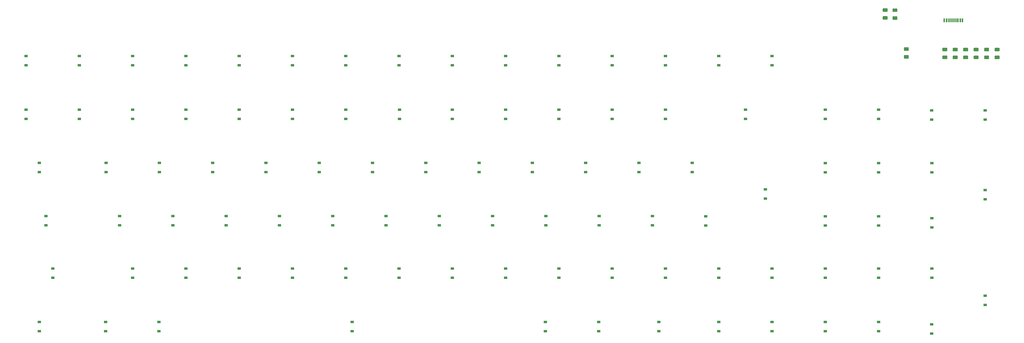
<source format=gbr>
G04 #@! TF.GenerationSoftware,KiCad,Pcbnew,(5.1.4)-1*
G04 #@! TF.CreationDate,2023-02-28T10:46:50+01:00*
G04 #@! TF.ProjectId,pcb,7063622e-6b69-4636-9164-5f7063625858,1.0*
G04 #@! TF.SameCoordinates,Original*
G04 #@! TF.FileFunction,Paste,Bot*
G04 #@! TF.FilePolarity,Positive*
%FSLAX46Y46*%
G04 Gerber Fmt 4.6, Leading zero omitted, Abs format (unit mm)*
G04 Created by KiCad (PCBNEW (5.1.4)-1) date 2023-02-28 10:46:50*
%MOMM*%
%LPD*%
G04 APERTURE LIST*
%ADD10C,0.100000*%
%ADD11C,1.250000*%
%ADD12R,1.200000X0.900000*%
%ADD13R,0.300000X1.450000*%
%ADD14R,0.600000X1.450000*%
G04 APERTURE END LIST*
D10*
G36*
X359869504Y-138317204D02*
G01*
X359893773Y-138320804D01*
X359917571Y-138326765D01*
X359940671Y-138335030D01*
X359962849Y-138345520D01*
X359983893Y-138358133D01*
X360003598Y-138372747D01*
X360021777Y-138389223D01*
X360038253Y-138407402D01*
X360052867Y-138427107D01*
X360065480Y-138448151D01*
X360075970Y-138470329D01*
X360084235Y-138493429D01*
X360090196Y-138517227D01*
X360093796Y-138541496D01*
X360095000Y-138566000D01*
X360095000Y-139316000D01*
X360093796Y-139340504D01*
X360090196Y-139364773D01*
X360084235Y-139388571D01*
X360075970Y-139411671D01*
X360065480Y-139433849D01*
X360052867Y-139454893D01*
X360038253Y-139474598D01*
X360021777Y-139492777D01*
X360003598Y-139509253D01*
X359983893Y-139523867D01*
X359962849Y-139536480D01*
X359940671Y-139546970D01*
X359917571Y-139555235D01*
X359893773Y-139561196D01*
X359869504Y-139564796D01*
X359845000Y-139566000D01*
X358595000Y-139566000D01*
X358570496Y-139564796D01*
X358546227Y-139561196D01*
X358522429Y-139555235D01*
X358499329Y-139546970D01*
X358477151Y-139536480D01*
X358456107Y-139523867D01*
X358436402Y-139509253D01*
X358418223Y-139492777D01*
X358401747Y-139474598D01*
X358387133Y-139454893D01*
X358374520Y-139433849D01*
X358364030Y-139411671D01*
X358355765Y-139388571D01*
X358349804Y-139364773D01*
X358346204Y-139340504D01*
X358345000Y-139316000D01*
X358345000Y-138566000D01*
X358346204Y-138541496D01*
X358349804Y-138517227D01*
X358355765Y-138493429D01*
X358364030Y-138470329D01*
X358374520Y-138448151D01*
X358387133Y-138427107D01*
X358401747Y-138407402D01*
X358418223Y-138389223D01*
X358436402Y-138372747D01*
X358456107Y-138358133D01*
X358477151Y-138345520D01*
X358499329Y-138335030D01*
X358522429Y-138326765D01*
X358546227Y-138320804D01*
X358570496Y-138317204D01*
X358595000Y-138316000D01*
X359845000Y-138316000D01*
X359869504Y-138317204D01*
X359869504Y-138317204D01*
G37*
D11*
X359220000Y-138941000D03*
D10*
G36*
X359869504Y-135517204D02*
G01*
X359893773Y-135520804D01*
X359917571Y-135526765D01*
X359940671Y-135535030D01*
X359962849Y-135545520D01*
X359983893Y-135558133D01*
X360003598Y-135572747D01*
X360021777Y-135589223D01*
X360038253Y-135607402D01*
X360052867Y-135627107D01*
X360065480Y-135648151D01*
X360075970Y-135670329D01*
X360084235Y-135693429D01*
X360090196Y-135717227D01*
X360093796Y-135741496D01*
X360095000Y-135766000D01*
X360095000Y-136516000D01*
X360093796Y-136540504D01*
X360090196Y-136564773D01*
X360084235Y-136588571D01*
X360075970Y-136611671D01*
X360065480Y-136633849D01*
X360052867Y-136654893D01*
X360038253Y-136674598D01*
X360021777Y-136692777D01*
X360003598Y-136709253D01*
X359983893Y-136723867D01*
X359962849Y-136736480D01*
X359940671Y-136746970D01*
X359917571Y-136755235D01*
X359893773Y-136761196D01*
X359869504Y-136764796D01*
X359845000Y-136766000D01*
X358595000Y-136766000D01*
X358570496Y-136764796D01*
X358546227Y-136761196D01*
X358522429Y-136755235D01*
X358499329Y-136746970D01*
X358477151Y-136736480D01*
X358456107Y-136723867D01*
X358436402Y-136709253D01*
X358418223Y-136692777D01*
X358401747Y-136674598D01*
X358387133Y-136654893D01*
X358374520Y-136633849D01*
X358364030Y-136611671D01*
X358355765Y-136588571D01*
X358349804Y-136564773D01*
X358346204Y-136540504D01*
X358345000Y-136516000D01*
X358345000Y-135766000D01*
X358346204Y-135741496D01*
X358349804Y-135717227D01*
X358355765Y-135693429D01*
X358364030Y-135670329D01*
X358374520Y-135648151D01*
X358387133Y-135627107D01*
X358401747Y-135607402D01*
X358418223Y-135589223D01*
X358436402Y-135572747D01*
X358456107Y-135558133D01*
X358477151Y-135545520D01*
X358499329Y-135535030D01*
X358522429Y-135526765D01*
X358546227Y-135520804D01*
X358570496Y-135517204D01*
X358595000Y-135516000D01*
X359845000Y-135516000D01*
X359869504Y-135517204D01*
X359869504Y-135517204D01*
G37*
D11*
X359220000Y-136141000D03*
D12*
X349314000Y-180339000D03*
X349314000Y-177039000D03*
X96964500Y-199262000D03*
X96964500Y-195962000D03*
X54038500Y-218058000D03*
X54038500Y-214758000D03*
X154114000Y-199262000D03*
X154114000Y-195962000D03*
X349314000Y-199389000D03*
X349314000Y-196089000D03*
X173164000Y-199262000D03*
X173164000Y-195962000D03*
X368364000Y-200024000D03*
X368364000Y-196724000D03*
X192214000Y-199262000D03*
X192214000Y-195962000D03*
X368364000Y-180339000D03*
X368364000Y-177039000D03*
X387414000Y-189991000D03*
X387414000Y-186691000D03*
X287464000Y-199389000D03*
X287464000Y-196089000D03*
X230314000Y-199262000D03*
X230314000Y-195962000D03*
X249364000Y-199262000D03*
X249364000Y-195962000D03*
X51625500Y-199262000D03*
X51625500Y-195962000D03*
X135064000Y-199262000D03*
X135064000Y-195962000D03*
X77914500Y-199262000D03*
X77914500Y-195962000D03*
X211264000Y-199262000D03*
X211264000Y-195962000D03*
X330264000Y-237235000D03*
X330264000Y-233935000D03*
X196914000Y-161162000D03*
X196914000Y-157862000D03*
X254064000Y-161162000D03*
X254064000Y-157862000D03*
X230188000Y-237235000D03*
X230188000Y-233935000D03*
X139764000Y-218058000D03*
X139764000Y-214758000D03*
X177990000Y-161162000D03*
X177990000Y-157862000D03*
X270700000Y-237235000D03*
X270700000Y-233935000D03*
X249238000Y-237235000D03*
X249238000Y-233935000D03*
X273114000Y-218058000D03*
X273114000Y-214758000D03*
X235014000Y-161162000D03*
X235014000Y-157862000D03*
X301688000Y-161162000D03*
X301688000Y-157862000D03*
X63563500Y-161163000D03*
X63563500Y-157863000D03*
X158814000Y-161162000D03*
X158814000Y-157862000D03*
X349314000Y-161162000D03*
X349314000Y-157862000D03*
X120714000Y-161162000D03*
X120714000Y-157862000D03*
X82613500Y-161162000D03*
X82613500Y-157862000D03*
X292164000Y-237235000D03*
X292164000Y-233935000D03*
X139764000Y-161162000D03*
X139764000Y-157862000D03*
X101664000Y-161162000D03*
X101664000Y-157862000D03*
X330264000Y-161162000D03*
X330264000Y-157862000D03*
X311214000Y-237235000D03*
X311214000Y-233935000D03*
X161100000Y-237235000D03*
X161100000Y-233935000D03*
X215964000Y-161162000D03*
X215964000Y-157862000D03*
X273114000Y-161162000D03*
X273114000Y-157862000D03*
X368236000Y-161416000D03*
X368236000Y-158116000D03*
X330264000Y-180339000D03*
X330264000Y-177039000D03*
X387414000Y-161416000D03*
X387414000Y-158116000D03*
X92138500Y-180212000D03*
X92138500Y-176912000D03*
X149288000Y-180212000D03*
X149288000Y-176912000D03*
X263588000Y-180212000D03*
X263588000Y-176912000D03*
X206438000Y-180212000D03*
X206438000Y-176912000D03*
X244538000Y-180212000D03*
X244538000Y-176912000D03*
X225488000Y-180212000D03*
X225488000Y-176912000D03*
X308800000Y-189737000D03*
X308800000Y-186437000D03*
X130238000Y-180212000D03*
X130238000Y-176912000D03*
X368300000Y-234760000D03*
X368300000Y-238060000D03*
X73088500Y-180212000D03*
X73088500Y-176912000D03*
X116014000Y-199262000D03*
X116014000Y-195962000D03*
X187388000Y-180212000D03*
X187388000Y-176912000D03*
X268414000Y-199262000D03*
X268414000Y-195962000D03*
X330264000Y-199389000D03*
X330264000Y-196089000D03*
X168338000Y-180212000D03*
X168338000Y-176912000D03*
X49212500Y-180212000D03*
X49212500Y-176912000D03*
X111188000Y-180212000D03*
X111188000Y-176912000D03*
X282638000Y-180212000D03*
X282638000Y-176912000D03*
X311214000Y-218058000D03*
X311214000Y-214758000D03*
X120714000Y-218058000D03*
X120714000Y-214758000D03*
X254064000Y-218058000D03*
X254064000Y-214758000D03*
X82613500Y-218058000D03*
X82613500Y-214758000D03*
X177864000Y-218058000D03*
X177864000Y-214758000D03*
X330264000Y-218058000D03*
X330264000Y-214758000D03*
X158814000Y-218058000D03*
X158814000Y-214758000D03*
X101664000Y-218058000D03*
X101664000Y-214758000D03*
X349314000Y-237236000D03*
X349314000Y-233936000D03*
X349314000Y-218058000D03*
X349314000Y-214758000D03*
X49212500Y-237235000D03*
X49212500Y-233935000D03*
X92011500Y-237235000D03*
X92011500Y-233935000D03*
X72961500Y-237235000D03*
X72961500Y-233935000D03*
X235014000Y-218058000D03*
X235014000Y-214758000D03*
X196914000Y-218058000D03*
X196914000Y-214758000D03*
X387414000Y-227837000D03*
X387414000Y-224537000D03*
X368364000Y-218058000D03*
X368364000Y-214758000D03*
X215964000Y-218058000D03*
X215964000Y-214758000D03*
X292164000Y-218059000D03*
X292164000Y-214759000D03*
X44513500Y-161163000D03*
X44513500Y-157863000D03*
X139764000Y-141985000D03*
X139764000Y-138685000D03*
X82613500Y-141985000D03*
X82613500Y-138685000D03*
X120714000Y-141985000D03*
X120714000Y-138685000D03*
X158814000Y-141985000D03*
X158814000Y-138685000D03*
X63563500Y-141986000D03*
X63563500Y-138686000D03*
X292164000Y-141985000D03*
X292164000Y-138685000D03*
X215964000Y-141985000D03*
X215964000Y-138685000D03*
X235014000Y-141985000D03*
X235014000Y-138685000D03*
X196914000Y-141985000D03*
X196914000Y-138685000D03*
X101664000Y-141985000D03*
X101664000Y-138685000D03*
X254064000Y-141985000D03*
X254064000Y-138685000D03*
X177864000Y-141985000D03*
X177864000Y-138685000D03*
X311214000Y-141985000D03*
X311214000Y-138685000D03*
X273114000Y-141985000D03*
X273114000Y-138685000D03*
X44513500Y-138685000D03*
X44513500Y-141985000D03*
D13*
X375797000Y-125857000D03*
X377797000Y-125857000D03*
X377297000Y-125857000D03*
X376797000Y-125857000D03*
X376297000Y-125857000D03*
X375297000Y-125857000D03*
X374797000Y-125857000D03*
X374297000Y-125857000D03*
D14*
X379297000Y-125857000D03*
X378497000Y-125857000D03*
X373597000Y-125857000D03*
X372797000Y-125857000D03*
X372797000Y-125857000D03*
X373597000Y-125857000D03*
X378497000Y-125857000D03*
X379297000Y-125857000D03*
D10*
G36*
X377331504Y-135708204D02*
G01*
X377355773Y-135711804D01*
X377379571Y-135717765D01*
X377402671Y-135726030D01*
X377424849Y-135736520D01*
X377445893Y-135749133D01*
X377465598Y-135763747D01*
X377483777Y-135780223D01*
X377500253Y-135798402D01*
X377514867Y-135818107D01*
X377527480Y-135839151D01*
X377537970Y-135861329D01*
X377546235Y-135884429D01*
X377552196Y-135908227D01*
X377555796Y-135932496D01*
X377557000Y-135957000D01*
X377557000Y-136707000D01*
X377555796Y-136731504D01*
X377552196Y-136755773D01*
X377546235Y-136779571D01*
X377537970Y-136802671D01*
X377527480Y-136824849D01*
X377514867Y-136845893D01*
X377500253Y-136865598D01*
X377483777Y-136883777D01*
X377465598Y-136900253D01*
X377445893Y-136914867D01*
X377424849Y-136927480D01*
X377402671Y-136937970D01*
X377379571Y-136946235D01*
X377355773Y-136952196D01*
X377331504Y-136955796D01*
X377307000Y-136957000D01*
X376057000Y-136957000D01*
X376032496Y-136955796D01*
X376008227Y-136952196D01*
X375984429Y-136946235D01*
X375961329Y-136937970D01*
X375939151Y-136927480D01*
X375918107Y-136914867D01*
X375898402Y-136900253D01*
X375880223Y-136883777D01*
X375863747Y-136865598D01*
X375849133Y-136845893D01*
X375836520Y-136824849D01*
X375826030Y-136802671D01*
X375817765Y-136779571D01*
X375811804Y-136755773D01*
X375808204Y-136731504D01*
X375807000Y-136707000D01*
X375807000Y-135957000D01*
X375808204Y-135932496D01*
X375811804Y-135908227D01*
X375817765Y-135884429D01*
X375826030Y-135861329D01*
X375836520Y-135839151D01*
X375849133Y-135818107D01*
X375863747Y-135798402D01*
X375880223Y-135780223D01*
X375898402Y-135763747D01*
X375918107Y-135749133D01*
X375939151Y-135736520D01*
X375961329Y-135726030D01*
X375984429Y-135717765D01*
X376008227Y-135711804D01*
X376032496Y-135708204D01*
X376057000Y-135707000D01*
X377307000Y-135707000D01*
X377331504Y-135708204D01*
X377331504Y-135708204D01*
G37*
D11*
X376682000Y-136332000D03*
D10*
G36*
X377331504Y-138508204D02*
G01*
X377355773Y-138511804D01*
X377379571Y-138517765D01*
X377402671Y-138526030D01*
X377424849Y-138536520D01*
X377445893Y-138549133D01*
X377465598Y-138563747D01*
X377483777Y-138580223D01*
X377500253Y-138598402D01*
X377514867Y-138618107D01*
X377527480Y-138639151D01*
X377537970Y-138661329D01*
X377546235Y-138684429D01*
X377552196Y-138708227D01*
X377555796Y-138732496D01*
X377557000Y-138757000D01*
X377557000Y-139507000D01*
X377555796Y-139531504D01*
X377552196Y-139555773D01*
X377546235Y-139579571D01*
X377537970Y-139602671D01*
X377527480Y-139624849D01*
X377514867Y-139645893D01*
X377500253Y-139665598D01*
X377483777Y-139683777D01*
X377465598Y-139700253D01*
X377445893Y-139714867D01*
X377424849Y-139727480D01*
X377402671Y-139737970D01*
X377379571Y-139746235D01*
X377355773Y-139752196D01*
X377331504Y-139755796D01*
X377307000Y-139757000D01*
X376057000Y-139757000D01*
X376032496Y-139755796D01*
X376008227Y-139752196D01*
X375984429Y-139746235D01*
X375961329Y-139737970D01*
X375939151Y-139727480D01*
X375918107Y-139714867D01*
X375898402Y-139700253D01*
X375880223Y-139683777D01*
X375863747Y-139665598D01*
X375849133Y-139645893D01*
X375836520Y-139624849D01*
X375826030Y-139602671D01*
X375817765Y-139579571D01*
X375811804Y-139555773D01*
X375808204Y-139531504D01*
X375807000Y-139507000D01*
X375807000Y-138757000D01*
X375808204Y-138732496D01*
X375811804Y-138708227D01*
X375817765Y-138684429D01*
X375826030Y-138661329D01*
X375836520Y-138639151D01*
X375849133Y-138618107D01*
X375863747Y-138598402D01*
X375880223Y-138580223D01*
X375898402Y-138563747D01*
X375918107Y-138549133D01*
X375939151Y-138536520D01*
X375961329Y-138526030D01*
X375984429Y-138517765D01*
X376008227Y-138511804D01*
X376032496Y-138508204D01*
X376057000Y-138507000D01*
X377307000Y-138507000D01*
X377331504Y-138508204D01*
X377331504Y-138508204D01*
G37*
D11*
X376682000Y-139132000D03*
D10*
G36*
X384824504Y-135708204D02*
G01*
X384848773Y-135711804D01*
X384872571Y-135717765D01*
X384895671Y-135726030D01*
X384917849Y-135736520D01*
X384938893Y-135749133D01*
X384958598Y-135763747D01*
X384976777Y-135780223D01*
X384993253Y-135798402D01*
X385007867Y-135818107D01*
X385020480Y-135839151D01*
X385030970Y-135861329D01*
X385039235Y-135884429D01*
X385045196Y-135908227D01*
X385048796Y-135932496D01*
X385050000Y-135957000D01*
X385050000Y-136707000D01*
X385048796Y-136731504D01*
X385045196Y-136755773D01*
X385039235Y-136779571D01*
X385030970Y-136802671D01*
X385020480Y-136824849D01*
X385007867Y-136845893D01*
X384993253Y-136865598D01*
X384976777Y-136883777D01*
X384958598Y-136900253D01*
X384938893Y-136914867D01*
X384917849Y-136927480D01*
X384895671Y-136937970D01*
X384872571Y-136946235D01*
X384848773Y-136952196D01*
X384824504Y-136955796D01*
X384800000Y-136957000D01*
X383550000Y-136957000D01*
X383525496Y-136955796D01*
X383501227Y-136952196D01*
X383477429Y-136946235D01*
X383454329Y-136937970D01*
X383432151Y-136927480D01*
X383411107Y-136914867D01*
X383391402Y-136900253D01*
X383373223Y-136883777D01*
X383356747Y-136865598D01*
X383342133Y-136845893D01*
X383329520Y-136824849D01*
X383319030Y-136802671D01*
X383310765Y-136779571D01*
X383304804Y-136755773D01*
X383301204Y-136731504D01*
X383300000Y-136707000D01*
X383300000Y-135957000D01*
X383301204Y-135932496D01*
X383304804Y-135908227D01*
X383310765Y-135884429D01*
X383319030Y-135861329D01*
X383329520Y-135839151D01*
X383342133Y-135818107D01*
X383356747Y-135798402D01*
X383373223Y-135780223D01*
X383391402Y-135763747D01*
X383411107Y-135749133D01*
X383432151Y-135736520D01*
X383454329Y-135726030D01*
X383477429Y-135717765D01*
X383501227Y-135711804D01*
X383525496Y-135708204D01*
X383550000Y-135707000D01*
X384800000Y-135707000D01*
X384824504Y-135708204D01*
X384824504Y-135708204D01*
G37*
D11*
X384175000Y-136332000D03*
D10*
G36*
X384824504Y-138508204D02*
G01*
X384848773Y-138511804D01*
X384872571Y-138517765D01*
X384895671Y-138526030D01*
X384917849Y-138536520D01*
X384938893Y-138549133D01*
X384958598Y-138563747D01*
X384976777Y-138580223D01*
X384993253Y-138598402D01*
X385007867Y-138618107D01*
X385020480Y-138639151D01*
X385030970Y-138661329D01*
X385039235Y-138684429D01*
X385045196Y-138708227D01*
X385048796Y-138732496D01*
X385050000Y-138757000D01*
X385050000Y-139507000D01*
X385048796Y-139531504D01*
X385045196Y-139555773D01*
X385039235Y-139579571D01*
X385030970Y-139602671D01*
X385020480Y-139624849D01*
X385007867Y-139645893D01*
X384993253Y-139665598D01*
X384976777Y-139683777D01*
X384958598Y-139700253D01*
X384938893Y-139714867D01*
X384917849Y-139727480D01*
X384895671Y-139737970D01*
X384872571Y-139746235D01*
X384848773Y-139752196D01*
X384824504Y-139755796D01*
X384800000Y-139757000D01*
X383550000Y-139757000D01*
X383525496Y-139755796D01*
X383501227Y-139752196D01*
X383477429Y-139746235D01*
X383454329Y-139737970D01*
X383432151Y-139727480D01*
X383411107Y-139714867D01*
X383391402Y-139700253D01*
X383373223Y-139683777D01*
X383356747Y-139665598D01*
X383342133Y-139645893D01*
X383329520Y-139624849D01*
X383319030Y-139602671D01*
X383310765Y-139579571D01*
X383304804Y-139555773D01*
X383301204Y-139531504D01*
X383300000Y-139507000D01*
X383300000Y-138757000D01*
X383301204Y-138732496D01*
X383304804Y-138708227D01*
X383310765Y-138684429D01*
X383319030Y-138661329D01*
X383329520Y-138639151D01*
X383342133Y-138618107D01*
X383356747Y-138598402D01*
X383373223Y-138580223D01*
X383391402Y-138563747D01*
X383411107Y-138549133D01*
X383432151Y-138536520D01*
X383454329Y-138526030D01*
X383477429Y-138517765D01*
X383501227Y-138511804D01*
X383525496Y-138508204D01*
X383550000Y-138507000D01*
X384800000Y-138507000D01*
X384824504Y-138508204D01*
X384824504Y-138508204D01*
G37*
D11*
X384175000Y-139132000D03*
D10*
G36*
X381077504Y-135708204D02*
G01*
X381101773Y-135711804D01*
X381125571Y-135717765D01*
X381148671Y-135726030D01*
X381170849Y-135736520D01*
X381191893Y-135749133D01*
X381211598Y-135763747D01*
X381229777Y-135780223D01*
X381246253Y-135798402D01*
X381260867Y-135818107D01*
X381273480Y-135839151D01*
X381283970Y-135861329D01*
X381292235Y-135884429D01*
X381298196Y-135908227D01*
X381301796Y-135932496D01*
X381303000Y-135957000D01*
X381303000Y-136707000D01*
X381301796Y-136731504D01*
X381298196Y-136755773D01*
X381292235Y-136779571D01*
X381283970Y-136802671D01*
X381273480Y-136824849D01*
X381260867Y-136845893D01*
X381246253Y-136865598D01*
X381229777Y-136883777D01*
X381211598Y-136900253D01*
X381191893Y-136914867D01*
X381170849Y-136927480D01*
X381148671Y-136937970D01*
X381125571Y-136946235D01*
X381101773Y-136952196D01*
X381077504Y-136955796D01*
X381053000Y-136957000D01*
X379803000Y-136957000D01*
X379778496Y-136955796D01*
X379754227Y-136952196D01*
X379730429Y-136946235D01*
X379707329Y-136937970D01*
X379685151Y-136927480D01*
X379664107Y-136914867D01*
X379644402Y-136900253D01*
X379626223Y-136883777D01*
X379609747Y-136865598D01*
X379595133Y-136845893D01*
X379582520Y-136824849D01*
X379572030Y-136802671D01*
X379563765Y-136779571D01*
X379557804Y-136755773D01*
X379554204Y-136731504D01*
X379553000Y-136707000D01*
X379553000Y-135957000D01*
X379554204Y-135932496D01*
X379557804Y-135908227D01*
X379563765Y-135884429D01*
X379572030Y-135861329D01*
X379582520Y-135839151D01*
X379595133Y-135818107D01*
X379609747Y-135798402D01*
X379626223Y-135780223D01*
X379644402Y-135763747D01*
X379664107Y-135749133D01*
X379685151Y-135736520D01*
X379707329Y-135726030D01*
X379730429Y-135717765D01*
X379754227Y-135711804D01*
X379778496Y-135708204D01*
X379803000Y-135707000D01*
X381053000Y-135707000D01*
X381077504Y-135708204D01*
X381077504Y-135708204D01*
G37*
D11*
X380428000Y-136332000D03*
D10*
G36*
X381077504Y-138508204D02*
G01*
X381101773Y-138511804D01*
X381125571Y-138517765D01*
X381148671Y-138526030D01*
X381170849Y-138536520D01*
X381191893Y-138549133D01*
X381211598Y-138563747D01*
X381229777Y-138580223D01*
X381246253Y-138598402D01*
X381260867Y-138618107D01*
X381273480Y-138639151D01*
X381283970Y-138661329D01*
X381292235Y-138684429D01*
X381298196Y-138708227D01*
X381301796Y-138732496D01*
X381303000Y-138757000D01*
X381303000Y-139507000D01*
X381301796Y-139531504D01*
X381298196Y-139555773D01*
X381292235Y-139579571D01*
X381283970Y-139602671D01*
X381273480Y-139624849D01*
X381260867Y-139645893D01*
X381246253Y-139665598D01*
X381229777Y-139683777D01*
X381211598Y-139700253D01*
X381191893Y-139714867D01*
X381170849Y-139727480D01*
X381148671Y-139737970D01*
X381125571Y-139746235D01*
X381101773Y-139752196D01*
X381077504Y-139755796D01*
X381053000Y-139757000D01*
X379803000Y-139757000D01*
X379778496Y-139755796D01*
X379754227Y-139752196D01*
X379730429Y-139746235D01*
X379707329Y-139737970D01*
X379685151Y-139727480D01*
X379664107Y-139714867D01*
X379644402Y-139700253D01*
X379626223Y-139683777D01*
X379609747Y-139665598D01*
X379595133Y-139645893D01*
X379582520Y-139624849D01*
X379572030Y-139602671D01*
X379563765Y-139579571D01*
X379557804Y-139555773D01*
X379554204Y-139531504D01*
X379553000Y-139507000D01*
X379553000Y-138757000D01*
X379554204Y-138732496D01*
X379557804Y-138708227D01*
X379563765Y-138684429D01*
X379572030Y-138661329D01*
X379582520Y-138639151D01*
X379595133Y-138618107D01*
X379609747Y-138598402D01*
X379626223Y-138580223D01*
X379644402Y-138563747D01*
X379664107Y-138549133D01*
X379685151Y-138536520D01*
X379707329Y-138526030D01*
X379730429Y-138517765D01*
X379754227Y-138511804D01*
X379778496Y-138508204D01*
X379803000Y-138507000D01*
X381053000Y-138507000D01*
X381077504Y-138508204D01*
X381077504Y-138508204D01*
G37*
D11*
X380428000Y-139132000D03*
D10*
G36*
X392317504Y-138508204D02*
G01*
X392341773Y-138511804D01*
X392365571Y-138517765D01*
X392388671Y-138526030D01*
X392410849Y-138536520D01*
X392431893Y-138549133D01*
X392451598Y-138563747D01*
X392469777Y-138580223D01*
X392486253Y-138598402D01*
X392500867Y-138618107D01*
X392513480Y-138639151D01*
X392523970Y-138661329D01*
X392532235Y-138684429D01*
X392538196Y-138708227D01*
X392541796Y-138732496D01*
X392543000Y-138757000D01*
X392543000Y-139507000D01*
X392541796Y-139531504D01*
X392538196Y-139555773D01*
X392532235Y-139579571D01*
X392523970Y-139602671D01*
X392513480Y-139624849D01*
X392500867Y-139645893D01*
X392486253Y-139665598D01*
X392469777Y-139683777D01*
X392451598Y-139700253D01*
X392431893Y-139714867D01*
X392410849Y-139727480D01*
X392388671Y-139737970D01*
X392365571Y-139746235D01*
X392341773Y-139752196D01*
X392317504Y-139755796D01*
X392293000Y-139757000D01*
X391043000Y-139757000D01*
X391018496Y-139755796D01*
X390994227Y-139752196D01*
X390970429Y-139746235D01*
X390947329Y-139737970D01*
X390925151Y-139727480D01*
X390904107Y-139714867D01*
X390884402Y-139700253D01*
X390866223Y-139683777D01*
X390849747Y-139665598D01*
X390835133Y-139645893D01*
X390822520Y-139624849D01*
X390812030Y-139602671D01*
X390803765Y-139579571D01*
X390797804Y-139555773D01*
X390794204Y-139531504D01*
X390793000Y-139507000D01*
X390793000Y-138757000D01*
X390794204Y-138732496D01*
X390797804Y-138708227D01*
X390803765Y-138684429D01*
X390812030Y-138661329D01*
X390822520Y-138639151D01*
X390835133Y-138618107D01*
X390849747Y-138598402D01*
X390866223Y-138580223D01*
X390884402Y-138563747D01*
X390904107Y-138549133D01*
X390925151Y-138536520D01*
X390947329Y-138526030D01*
X390970429Y-138517765D01*
X390994227Y-138511804D01*
X391018496Y-138508204D01*
X391043000Y-138507000D01*
X392293000Y-138507000D01*
X392317504Y-138508204D01*
X392317504Y-138508204D01*
G37*
D11*
X391668000Y-139132000D03*
D10*
G36*
X392317504Y-135708204D02*
G01*
X392341773Y-135711804D01*
X392365571Y-135717765D01*
X392388671Y-135726030D01*
X392410849Y-135736520D01*
X392431893Y-135749133D01*
X392451598Y-135763747D01*
X392469777Y-135780223D01*
X392486253Y-135798402D01*
X392500867Y-135818107D01*
X392513480Y-135839151D01*
X392523970Y-135861329D01*
X392532235Y-135884429D01*
X392538196Y-135908227D01*
X392541796Y-135932496D01*
X392543000Y-135957000D01*
X392543000Y-136707000D01*
X392541796Y-136731504D01*
X392538196Y-136755773D01*
X392532235Y-136779571D01*
X392523970Y-136802671D01*
X392513480Y-136824849D01*
X392500867Y-136845893D01*
X392486253Y-136865598D01*
X392469777Y-136883777D01*
X392451598Y-136900253D01*
X392431893Y-136914867D01*
X392410849Y-136927480D01*
X392388671Y-136937970D01*
X392365571Y-136946235D01*
X392341773Y-136952196D01*
X392317504Y-136955796D01*
X392293000Y-136957000D01*
X391043000Y-136957000D01*
X391018496Y-136955796D01*
X390994227Y-136952196D01*
X390970429Y-136946235D01*
X390947329Y-136937970D01*
X390925151Y-136927480D01*
X390904107Y-136914867D01*
X390884402Y-136900253D01*
X390866223Y-136883777D01*
X390849747Y-136865598D01*
X390835133Y-136845893D01*
X390822520Y-136824849D01*
X390812030Y-136802671D01*
X390803765Y-136779571D01*
X390797804Y-136755773D01*
X390794204Y-136731504D01*
X390793000Y-136707000D01*
X390793000Y-135957000D01*
X390794204Y-135932496D01*
X390797804Y-135908227D01*
X390803765Y-135884429D01*
X390812030Y-135861329D01*
X390822520Y-135839151D01*
X390835133Y-135818107D01*
X390849747Y-135798402D01*
X390866223Y-135780223D01*
X390884402Y-135763747D01*
X390904107Y-135749133D01*
X390925151Y-135736520D01*
X390947329Y-135726030D01*
X390970429Y-135717765D01*
X390994227Y-135711804D01*
X391018496Y-135708204D01*
X391043000Y-135707000D01*
X392293000Y-135707000D01*
X392317504Y-135708204D01*
X392317504Y-135708204D01*
G37*
D11*
X391668000Y-136332000D03*
D10*
G36*
X388571504Y-138508204D02*
G01*
X388595773Y-138511804D01*
X388619571Y-138517765D01*
X388642671Y-138526030D01*
X388664849Y-138536520D01*
X388685893Y-138549133D01*
X388705598Y-138563747D01*
X388723777Y-138580223D01*
X388740253Y-138598402D01*
X388754867Y-138618107D01*
X388767480Y-138639151D01*
X388777970Y-138661329D01*
X388786235Y-138684429D01*
X388792196Y-138708227D01*
X388795796Y-138732496D01*
X388797000Y-138757000D01*
X388797000Y-139507000D01*
X388795796Y-139531504D01*
X388792196Y-139555773D01*
X388786235Y-139579571D01*
X388777970Y-139602671D01*
X388767480Y-139624849D01*
X388754867Y-139645893D01*
X388740253Y-139665598D01*
X388723777Y-139683777D01*
X388705598Y-139700253D01*
X388685893Y-139714867D01*
X388664849Y-139727480D01*
X388642671Y-139737970D01*
X388619571Y-139746235D01*
X388595773Y-139752196D01*
X388571504Y-139755796D01*
X388547000Y-139757000D01*
X387297000Y-139757000D01*
X387272496Y-139755796D01*
X387248227Y-139752196D01*
X387224429Y-139746235D01*
X387201329Y-139737970D01*
X387179151Y-139727480D01*
X387158107Y-139714867D01*
X387138402Y-139700253D01*
X387120223Y-139683777D01*
X387103747Y-139665598D01*
X387089133Y-139645893D01*
X387076520Y-139624849D01*
X387066030Y-139602671D01*
X387057765Y-139579571D01*
X387051804Y-139555773D01*
X387048204Y-139531504D01*
X387047000Y-139507000D01*
X387047000Y-138757000D01*
X387048204Y-138732496D01*
X387051804Y-138708227D01*
X387057765Y-138684429D01*
X387066030Y-138661329D01*
X387076520Y-138639151D01*
X387089133Y-138618107D01*
X387103747Y-138598402D01*
X387120223Y-138580223D01*
X387138402Y-138563747D01*
X387158107Y-138549133D01*
X387179151Y-138536520D01*
X387201329Y-138526030D01*
X387224429Y-138517765D01*
X387248227Y-138511804D01*
X387272496Y-138508204D01*
X387297000Y-138507000D01*
X388547000Y-138507000D01*
X388571504Y-138508204D01*
X388571504Y-138508204D01*
G37*
D11*
X387922000Y-139132000D03*
D10*
G36*
X388571504Y-135708204D02*
G01*
X388595773Y-135711804D01*
X388619571Y-135717765D01*
X388642671Y-135726030D01*
X388664849Y-135736520D01*
X388685893Y-135749133D01*
X388705598Y-135763747D01*
X388723777Y-135780223D01*
X388740253Y-135798402D01*
X388754867Y-135818107D01*
X388767480Y-135839151D01*
X388777970Y-135861329D01*
X388786235Y-135884429D01*
X388792196Y-135908227D01*
X388795796Y-135932496D01*
X388797000Y-135957000D01*
X388797000Y-136707000D01*
X388795796Y-136731504D01*
X388792196Y-136755773D01*
X388786235Y-136779571D01*
X388777970Y-136802671D01*
X388767480Y-136824849D01*
X388754867Y-136845893D01*
X388740253Y-136865598D01*
X388723777Y-136883777D01*
X388705598Y-136900253D01*
X388685893Y-136914867D01*
X388664849Y-136927480D01*
X388642671Y-136937970D01*
X388619571Y-136946235D01*
X388595773Y-136952196D01*
X388571504Y-136955796D01*
X388547000Y-136957000D01*
X387297000Y-136957000D01*
X387272496Y-136955796D01*
X387248227Y-136952196D01*
X387224429Y-136946235D01*
X387201329Y-136937970D01*
X387179151Y-136927480D01*
X387158107Y-136914867D01*
X387138402Y-136900253D01*
X387120223Y-136883777D01*
X387103747Y-136865598D01*
X387089133Y-136845893D01*
X387076520Y-136824849D01*
X387066030Y-136802671D01*
X387057765Y-136779571D01*
X387051804Y-136755773D01*
X387048204Y-136731504D01*
X387047000Y-136707000D01*
X387047000Y-135957000D01*
X387048204Y-135932496D01*
X387051804Y-135908227D01*
X387057765Y-135884429D01*
X387066030Y-135861329D01*
X387076520Y-135839151D01*
X387089133Y-135818107D01*
X387103747Y-135798402D01*
X387120223Y-135780223D01*
X387138402Y-135763747D01*
X387158107Y-135749133D01*
X387179151Y-135736520D01*
X387201329Y-135726030D01*
X387224429Y-135717765D01*
X387248227Y-135711804D01*
X387272496Y-135708204D01*
X387297000Y-135707000D01*
X388547000Y-135707000D01*
X388571504Y-135708204D01*
X388571504Y-135708204D01*
G37*
D11*
X387922000Y-136332000D03*
D10*
G36*
X352312504Y-121562204D02*
G01*
X352336773Y-121565804D01*
X352360571Y-121571765D01*
X352383671Y-121580030D01*
X352405849Y-121590520D01*
X352426893Y-121603133D01*
X352446598Y-121617747D01*
X352464777Y-121634223D01*
X352481253Y-121652402D01*
X352495867Y-121672107D01*
X352508480Y-121693151D01*
X352518970Y-121715329D01*
X352527235Y-121738429D01*
X352533196Y-121762227D01*
X352536796Y-121786496D01*
X352538000Y-121811000D01*
X352538000Y-122561000D01*
X352536796Y-122585504D01*
X352533196Y-122609773D01*
X352527235Y-122633571D01*
X352518970Y-122656671D01*
X352508480Y-122678849D01*
X352495867Y-122699893D01*
X352481253Y-122719598D01*
X352464777Y-122737777D01*
X352446598Y-122754253D01*
X352426893Y-122768867D01*
X352405849Y-122781480D01*
X352383671Y-122791970D01*
X352360571Y-122800235D01*
X352336773Y-122806196D01*
X352312504Y-122809796D01*
X352288000Y-122811000D01*
X351038000Y-122811000D01*
X351013496Y-122809796D01*
X350989227Y-122806196D01*
X350965429Y-122800235D01*
X350942329Y-122791970D01*
X350920151Y-122781480D01*
X350899107Y-122768867D01*
X350879402Y-122754253D01*
X350861223Y-122737777D01*
X350844747Y-122719598D01*
X350830133Y-122699893D01*
X350817520Y-122678849D01*
X350807030Y-122656671D01*
X350798765Y-122633571D01*
X350792804Y-122609773D01*
X350789204Y-122585504D01*
X350788000Y-122561000D01*
X350788000Y-121811000D01*
X350789204Y-121786496D01*
X350792804Y-121762227D01*
X350798765Y-121738429D01*
X350807030Y-121715329D01*
X350817520Y-121693151D01*
X350830133Y-121672107D01*
X350844747Y-121652402D01*
X350861223Y-121634223D01*
X350879402Y-121617747D01*
X350899107Y-121603133D01*
X350920151Y-121590520D01*
X350942329Y-121580030D01*
X350965429Y-121571765D01*
X350989227Y-121565804D01*
X351013496Y-121562204D01*
X351038000Y-121561000D01*
X352288000Y-121561000D01*
X352312504Y-121562204D01*
X352312504Y-121562204D01*
G37*
D11*
X351663000Y-122186000D03*
D10*
G36*
X352312504Y-124362204D02*
G01*
X352336773Y-124365804D01*
X352360571Y-124371765D01*
X352383671Y-124380030D01*
X352405849Y-124390520D01*
X352426893Y-124403133D01*
X352446598Y-124417747D01*
X352464777Y-124434223D01*
X352481253Y-124452402D01*
X352495867Y-124472107D01*
X352508480Y-124493151D01*
X352518970Y-124515329D01*
X352527235Y-124538429D01*
X352533196Y-124562227D01*
X352536796Y-124586496D01*
X352538000Y-124611000D01*
X352538000Y-125361000D01*
X352536796Y-125385504D01*
X352533196Y-125409773D01*
X352527235Y-125433571D01*
X352518970Y-125456671D01*
X352508480Y-125478849D01*
X352495867Y-125499893D01*
X352481253Y-125519598D01*
X352464777Y-125537777D01*
X352446598Y-125554253D01*
X352426893Y-125568867D01*
X352405849Y-125581480D01*
X352383671Y-125591970D01*
X352360571Y-125600235D01*
X352336773Y-125606196D01*
X352312504Y-125609796D01*
X352288000Y-125611000D01*
X351038000Y-125611000D01*
X351013496Y-125609796D01*
X350989227Y-125606196D01*
X350965429Y-125600235D01*
X350942329Y-125591970D01*
X350920151Y-125581480D01*
X350899107Y-125568867D01*
X350879402Y-125554253D01*
X350861223Y-125537777D01*
X350844747Y-125519598D01*
X350830133Y-125499893D01*
X350817520Y-125478849D01*
X350807030Y-125456671D01*
X350798765Y-125433571D01*
X350792804Y-125409773D01*
X350789204Y-125385504D01*
X350788000Y-125361000D01*
X350788000Y-124611000D01*
X350789204Y-124586496D01*
X350792804Y-124562227D01*
X350798765Y-124538429D01*
X350807030Y-124515329D01*
X350817520Y-124493151D01*
X350830133Y-124472107D01*
X350844747Y-124452402D01*
X350861223Y-124434223D01*
X350879402Y-124417747D01*
X350899107Y-124403133D01*
X350920151Y-124390520D01*
X350942329Y-124380030D01*
X350965429Y-124371765D01*
X350989227Y-124365804D01*
X351013496Y-124362204D01*
X351038000Y-124361000D01*
X352288000Y-124361000D01*
X352312504Y-124362204D01*
X352312504Y-124362204D01*
G37*
D11*
X351663000Y-124986000D03*
D10*
G36*
X355804504Y-124410204D02*
G01*
X355828773Y-124413804D01*
X355852571Y-124419765D01*
X355875671Y-124428030D01*
X355897849Y-124438520D01*
X355918893Y-124451133D01*
X355938598Y-124465747D01*
X355956777Y-124482223D01*
X355973253Y-124500402D01*
X355987867Y-124520107D01*
X356000480Y-124541151D01*
X356010970Y-124563329D01*
X356019235Y-124586429D01*
X356025196Y-124610227D01*
X356028796Y-124634496D01*
X356030000Y-124659000D01*
X356030000Y-125409000D01*
X356028796Y-125433504D01*
X356025196Y-125457773D01*
X356019235Y-125481571D01*
X356010970Y-125504671D01*
X356000480Y-125526849D01*
X355987867Y-125547893D01*
X355973253Y-125567598D01*
X355956777Y-125585777D01*
X355938598Y-125602253D01*
X355918893Y-125616867D01*
X355897849Y-125629480D01*
X355875671Y-125639970D01*
X355852571Y-125648235D01*
X355828773Y-125654196D01*
X355804504Y-125657796D01*
X355780000Y-125659000D01*
X354530000Y-125659000D01*
X354505496Y-125657796D01*
X354481227Y-125654196D01*
X354457429Y-125648235D01*
X354434329Y-125639970D01*
X354412151Y-125629480D01*
X354391107Y-125616867D01*
X354371402Y-125602253D01*
X354353223Y-125585777D01*
X354336747Y-125567598D01*
X354322133Y-125547893D01*
X354309520Y-125526849D01*
X354299030Y-125504671D01*
X354290765Y-125481571D01*
X354284804Y-125457773D01*
X354281204Y-125433504D01*
X354280000Y-125409000D01*
X354280000Y-124659000D01*
X354281204Y-124634496D01*
X354284804Y-124610227D01*
X354290765Y-124586429D01*
X354299030Y-124563329D01*
X354309520Y-124541151D01*
X354322133Y-124520107D01*
X354336747Y-124500402D01*
X354353223Y-124482223D01*
X354371402Y-124465747D01*
X354391107Y-124451133D01*
X354412151Y-124438520D01*
X354434329Y-124428030D01*
X354457429Y-124419765D01*
X354481227Y-124413804D01*
X354505496Y-124410204D01*
X354530000Y-124409000D01*
X355780000Y-124409000D01*
X355804504Y-124410204D01*
X355804504Y-124410204D01*
G37*
D11*
X355155000Y-125034000D03*
D10*
G36*
X355804504Y-121610204D02*
G01*
X355828773Y-121613804D01*
X355852571Y-121619765D01*
X355875671Y-121628030D01*
X355897849Y-121638520D01*
X355918893Y-121651133D01*
X355938598Y-121665747D01*
X355956777Y-121682223D01*
X355973253Y-121700402D01*
X355987867Y-121720107D01*
X356000480Y-121741151D01*
X356010970Y-121763329D01*
X356019235Y-121786429D01*
X356025196Y-121810227D01*
X356028796Y-121834496D01*
X356030000Y-121859000D01*
X356030000Y-122609000D01*
X356028796Y-122633504D01*
X356025196Y-122657773D01*
X356019235Y-122681571D01*
X356010970Y-122704671D01*
X356000480Y-122726849D01*
X355987867Y-122747893D01*
X355973253Y-122767598D01*
X355956777Y-122785777D01*
X355938598Y-122802253D01*
X355918893Y-122816867D01*
X355897849Y-122829480D01*
X355875671Y-122839970D01*
X355852571Y-122848235D01*
X355828773Y-122854196D01*
X355804504Y-122857796D01*
X355780000Y-122859000D01*
X354530000Y-122859000D01*
X354505496Y-122857796D01*
X354481227Y-122854196D01*
X354457429Y-122848235D01*
X354434329Y-122839970D01*
X354412151Y-122829480D01*
X354391107Y-122816867D01*
X354371402Y-122802253D01*
X354353223Y-122785777D01*
X354336747Y-122767598D01*
X354322133Y-122747893D01*
X354309520Y-122726849D01*
X354299030Y-122704671D01*
X354290765Y-122681571D01*
X354284804Y-122657773D01*
X354281204Y-122633504D01*
X354280000Y-122609000D01*
X354280000Y-121859000D01*
X354281204Y-121834496D01*
X354284804Y-121810227D01*
X354290765Y-121786429D01*
X354299030Y-121763329D01*
X354309520Y-121741151D01*
X354322133Y-121720107D01*
X354336747Y-121700402D01*
X354353223Y-121682223D01*
X354371402Y-121665747D01*
X354391107Y-121651133D01*
X354412151Y-121638520D01*
X354434329Y-121628030D01*
X354457429Y-121619765D01*
X354481227Y-121613804D01*
X354505496Y-121610204D01*
X354530000Y-121609000D01*
X355780000Y-121609000D01*
X355804504Y-121610204D01*
X355804504Y-121610204D01*
G37*
D11*
X355155000Y-122234000D03*
D10*
G36*
X373648504Y-138472204D02*
G01*
X373672773Y-138475804D01*
X373696571Y-138481765D01*
X373719671Y-138490030D01*
X373741849Y-138500520D01*
X373762893Y-138513133D01*
X373782598Y-138527747D01*
X373800777Y-138544223D01*
X373817253Y-138562402D01*
X373831867Y-138582107D01*
X373844480Y-138603151D01*
X373854970Y-138625329D01*
X373863235Y-138648429D01*
X373869196Y-138672227D01*
X373872796Y-138696496D01*
X373874000Y-138721000D01*
X373874000Y-139471000D01*
X373872796Y-139495504D01*
X373869196Y-139519773D01*
X373863235Y-139543571D01*
X373854970Y-139566671D01*
X373844480Y-139588849D01*
X373831867Y-139609893D01*
X373817253Y-139629598D01*
X373800777Y-139647777D01*
X373782598Y-139664253D01*
X373762893Y-139678867D01*
X373741849Y-139691480D01*
X373719671Y-139701970D01*
X373696571Y-139710235D01*
X373672773Y-139716196D01*
X373648504Y-139719796D01*
X373624000Y-139721000D01*
X372374000Y-139721000D01*
X372349496Y-139719796D01*
X372325227Y-139716196D01*
X372301429Y-139710235D01*
X372278329Y-139701970D01*
X372256151Y-139691480D01*
X372235107Y-139678867D01*
X372215402Y-139664253D01*
X372197223Y-139647777D01*
X372180747Y-139629598D01*
X372166133Y-139609893D01*
X372153520Y-139588849D01*
X372143030Y-139566671D01*
X372134765Y-139543571D01*
X372128804Y-139519773D01*
X372125204Y-139495504D01*
X372124000Y-139471000D01*
X372124000Y-138721000D01*
X372125204Y-138696496D01*
X372128804Y-138672227D01*
X372134765Y-138648429D01*
X372143030Y-138625329D01*
X372153520Y-138603151D01*
X372166133Y-138582107D01*
X372180747Y-138562402D01*
X372197223Y-138544223D01*
X372215402Y-138527747D01*
X372235107Y-138513133D01*
X372256151Y-138500520D01*
X372278329Y-138490030D01*
X372301429Y-138481765D01*
X372325227Y-138475804D01*
X372349496Y-138472204D01*
X372374000Y-138471000D01*
X373624000Y-138471000D01*
X373648504Y-138472204D01*
X373648504Y-138472204D01*
G37*
D11*
X372999000Y-139096000D03*
D10*
G36*
X373648504Y-135672204D02*
G01*
X373672773Y-135675804D01*
X373696571Y-135681765D01*
X373719671Y-135690030D01*
X373741849Y-135700520D01*
X373762893Y-135713133D01*
X373782598Y-135727747D01*
X373800777Y-135744223D01*
X373817253Y-135762402D01*
X373831867Y-135782107D01*
X373844480Y-135803151D01*
X373854970Y-135825329D01*
X373863235Y-135848429D01*
X373869196Y-135872227D01*
X373872796Y-135896496D01*
X373874000Y-135921000D01*
X373874000Y-136671000D01*
X373872796Y-136695504D01*
X373869196Y-136719773D01*
X373863235Y-136743571D01*
X373854970Y-136766671D01*
X373844480Y-136788849D01*
X373831867Y-136809893D01*
X373817253Y-136829598D01*
X373800777Y-136847777D01*
X373782598Y-136864253D01*
X373762893Y-136878867D01*
X373741849Y-136891480D01*
X373719671Y-136901970D01*
X373696571Y-136910235D01*
X373672773Y-136916196D01*
X373648504Y-136919796D01*
X373624000Y-136921000D01*
X372374000Y-136921000D01*
X372349496Y-136919796D01*
X372325227Y-136916196D01*
X372301429Y-136910235D01*
X372278329Y-136901970D01*
X372256151Y-136891480D01*
X372235107Y-136878867D01*
X372215402Y-136864253D01*
X372197223Y-136847777D01*
X372180747Y-136829598D01*
X372166133Y-136809893D01*
X372153520Y-136788849D01*
X372143030Y-136766671D01*
X372134765Y-136743571D01*
X372128804Y-136719773D01*
X372125204Y-136695504D01*
X372124000Y-136671000D01*
X372124000Y-135921000D01*
X372125204Y-135896496D01*
X372128804Y-135872227D01*
X372134765Y-135848429D01*
X372143030Y-135825329D01*
X372153520Y-135803151D01*
X372166133Y-135782107D01*
X372180747Y-135762402D01*
X372197223Y-135744223D01*
X372215402Y-135727747D01*
X372235107Y-135713133D01*
X372256151Y-135700520D01*
X372278329Y-135690030D01*
X372301429Y-135681765D01*
X372325227Y-135675804D01*
X372349496Y-135672204D01*
X372374000Y-135671000D01*
X373624000Y-135671000D01*
X373648504Y-135672204D01*
X373648504Y-135672204D01*
G37*
D11*
X372999000Y-136296000D03*
M02*

</source>
